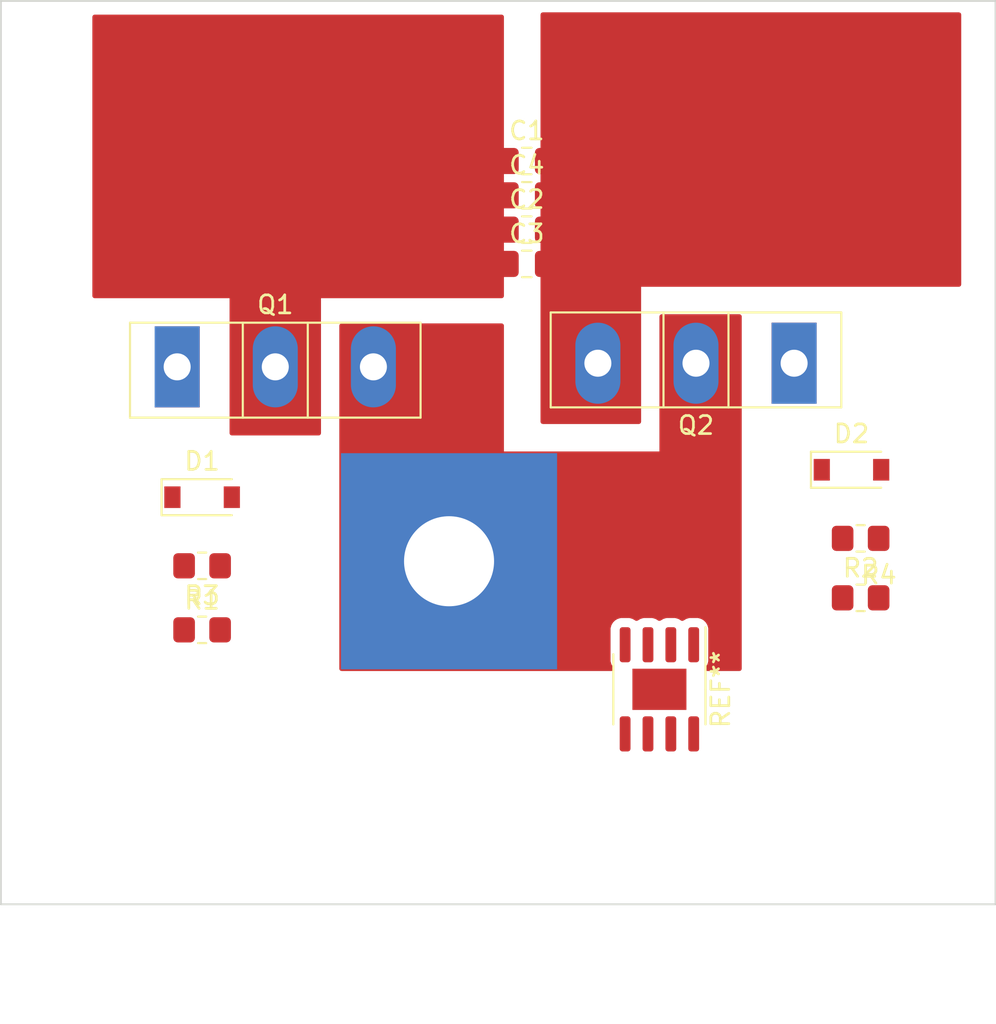
<source format=kicad_pcb>
(kicad_pcb (version 20211014) (generator pcbnew)
  (layers (0 "F.Cu" signal) (31 "B.Cu" signal) (34 "B.Paste" user) (35 "F.Paste" user) (36 "B.SilkS" user "B.Silkscreen") (37 "F.SilkS" user "F.Silkscreen") (38 "B.Mask" user) (39 "F.Mask" user) (44 "Edge.Cuts" user))
  (net 0 "")
  (net 1 "DC+")
  (net 2 "DC-")
  (net 3 "Net-(D1-Pad1)")
  (net 4 "QHS")
  (net 5 "Net-(D2-Pad1)")
  (net 6 "QHG")
  (net 7 "QLG")
  (footprint "Capacitor_SMD:C_0805_2012Metric_Pad1.18x1.45mm_HandSolder" (layer "F.Cu") (at 128.27 93.345)
    (fp_text reference "C2" (at 0 -1.68) (layer "F.SilkS"))
    (fp_text value "1uF")
    (fp_line (start -0.261252 0.735) (end 0.261252 0.735) (layer "F.SilkS") (width 0.12))
    (fp_line (start -0.261252 -0.735) (end 0.261252 -0.735) (layer "F.SilkS") (width 0.12))
    (pad "1" smd roundrect (at -1.0375 0) (size 1.175 1.45) (layers "F.Cu" "F.Paste" "F.Mask") (roundrect_rratio 0.212766) (net 1 "DC+"))
    (pad "2" smd roundrect (at 1.0375 0) (size 1.175 1.45) (layers "F.Cu" "F.Paste" "F.Mask") (roundrect_rratio 0.212766) (net 2 "DC-"))
  )
  (footprint "ee463_footprint_lib:4mm_banana" (layer "F.Cu") (at 123.952 111.76)
    (fp_text reference "J1" (at 0 -0.5 unlocked) (layer "F.SilkS"))
    (fp_text value "4mm_banana")
    (pad "1" thru_hole rect (at 0 0) (size 12 12) (drill 5) (layers *.Cu *.Mask) (net 4 "QHS"))
  )
  (footprint "Resistor_SMD:R_0805_2012Metric_Pad1.20x1.40mm_HandSolder" (layer "F.Cu") (at 110.236 112.014 180)
    (fp_text reference "R3" (at 0 -1.65) (layer "F.SilkS"))
    (fp_text value "10kR")
    (fp_line (start -0.227064 -0.735) (end 0.227064 -0.735) (layer "F.SilkS") (width 0.12))
    (fp_line (start -0.227064 0.735) (end 0.227064 0.735) (layer "F.SilkS") (width 0.12))
    (pad "1" smd roundrect (at -1 0 180) (size 1.2 1.4) (layers "F.Cu" "F.Paste" "F.Mask") (roundrect_rratio 0.208333) (net 4 "QHS"))
    (pad "2" smd roundrect (at 1 0 180) (size 1.2 1.4) (layers "F.Cu" "F.Paste" "F.Mask") (roundrect_rratio 0.208333) (net 3 "Net-(D1-Pad1)"))
  )
  (footprint "Package_TO_SOT_THT:TO-247-3_Vertical" (layer "F.Cu") (at 108.85 100.965)
    (fp_text reference "Q1" (at 5.45 -3.45) (layer "F.SilkS"))
    (fp_text value "SPW47N60")
    (fp_line (start -2.62 -2.451) (end 13.52 -2.451) (layer "F.SilkS") (width 0.12))
    (fp_line (start 13.52 -2.451) (end 13.52 2.82) (layer "F.SilkS") (width 0.12))
    (fp_line (start -2.62 -2.451) (end -2.62 2.82) (layer "F.SilkS") (width 0.12))
    (fp_line (start 7.255 -2.451) (end 7.255 2.82) (layer "F.SilkS") (width 0.12))
    (fp_line (start 3.646 -2.451) (end 3.646 2.82) (layer "F.SilkS") (width 0.12))
    (fp_line (start -2.62 2.82) (end 13.52 2.82) (layer "F.SilkS") (width 0.12))
    (pad "1" thru_hole rect (at 0 0) (size 2.5 4.5) (drill 1.5) (layers *.Cu *.Mask) (net 3 "Net-(D1-Pad1)"))
    (pad "2" thru_hole oval (at 5.45 0) (size 2.5 4.5) (drill 1.5) (layers *.Cu *.Mask) (net 1 "DC+"))
    (pad "3" thru_hole oval (at 10.9 0) (size 2.5 4.5) (drill 1.5) (layers *.Cu *.Mask) (net 4 "QHS"))
  )
  (footprint "Package_SO:SOIC-8-1EP_3.9x4.9mm_P1.27mm_EP2.29x3mm" (layer "F.Cu") (at 135.636 118.872 -90)
    (fp_text reference "REF**" (at 0 -3.4 90) (layer "F.SilkS"))
    (fp_text value "SOIC-8-1EP_3.9x4.9mm_P1.27mm_EP2.29x3mm")
    (fp_line (start 0 2.56) (end -1.95 2.56) (layer "F.SilkS") (width 0.12))
    (fp_line (start 0 -2.56) (end -3.45 -2.56) (layer "F.SilkS") (width 0.12))
    (fp_line (start 0 2.56) (end 1.95 2.56) (layer "F.SilkS") (width 0.12))
    (fp_line (start 0 -2.56) (end 1.95 -2.56) (layer "F.SilkS") (width 0.12))
    (pad "1" smd roundrect (at -2.475 -1.905 270) (size 1.95 0.6) (layers "F.Cu" "F.Paste" "F.Mask"))
    (pad "2" smd roundrect (at -2.475 -0.635 270) (size 1.95 0.6) (layers "F.Cu" "F.Paste" "F.Mask"))
    (pad "3" smd roundrect (at -2.475 0.635 270) (size 1.95 0.6) (layers "F.Cu" "F.Paste" "F.Mask"))
    (pad "4" smd roundrect (at -2.475 1.905 270) (size 1.95 0.6) (layers "F.Cu" "F.Paste" "F.Mask"))
    (pad "5" smd roundrect (at 2.475 1.905 270) (size 1.95 0.6) (layers "F.Cu" "F.Paste" "F.Mask"))
    (pad "6" smd roundrect (at 2.475 0.635 270) (size 1.95 0.6) (layers "F.Cu" "F.Paste" "F.Mask"))
    (pad "7" smd roundrect (at 2.475 -0.635 270) (size 1.95 0.6) (layers "F.Cu" "F.Paste" "F.Mask"))
    (pad "8" smd roundrect (at 2.475 -1.905 270) (size 1.95 0.6) (layers "F.Cu" "F.Paste" "F.Mask"))
    (pad "9" smd rect (at 0 0 270) (size 2.29 3) (layers "F.Cu" "F.Mask"))
  )
  (footprint "Resistor_SMD:R_0805_2012Metric_Pad1.20x1.40mm_HandSolder" (layer "F.Cu") (at 110.236 115.57)
    (fp_text reference "R1" (at 0 -1.65) (layer "F.SilkS"))
    (fp_text value "??")
    (fp_line (start -0.227064 0.735) (end 0.227064 0.735) (layer "F.SilkS") (width 0.12))
    (fp_line (start -0.227064 -0.735) (end 0.227064 -0.735) (layer "F.SilkS") (width 0.12))
    (pad "1" smd roundrect (at -1 0) (size 1.2 1.4) (layers "F.Cu" "F.Paste" "F.Mask") (roundrect_rratio 0.208333) (net 3 "Net-(D1-Pad1)"))
    (pad "2" smd roundrect (at 1 0) (size 1.2 1.4) (layers "F.Cu" "F.Paste" "F.Mask") (roundrect_rratio 0.208333) (net 6 "QHG"))
  )
  (footprint "Capacitor_SMD:C_0805_2012Metric_Pad1.18x1.45mm_HandSolder" (layer "F.Cu") (at 128.27 91.44)
    (fp_text reference "C4" (at 0 -1.68) (layer "F.SilkS"))
    (fp_text value "1uF")
    (fp_line (start -0.261252 -0.735) (end 0.261252 -0.735) (layer "F.SilkS") (width 0.12))
    (fp_line (start -0.261252 0.735) (end 0.261252 0.735) (layer "F.SilkS") (width 0.12))
    (pad "1" smd roundrect (at -1.0375 0) (size 1.175 1.45) (layers "F.Cu" "F.Paste" "F.Mask") (roundrect_rratio 0.212766) (net 1 "DC+"))
    (pad "2" smd roundrect (at 1.0375 0) (size 1.175 1.45) (layers "F.Cu" "F.Paste" "F.Mask") (roundrect_rratio 0.212766) (net 2 "DC-"))
  )
  (footprint "Resistor_SMD:R_0805_2012Metric_Pad1.20x1.40mm_HandSolder" (layer "F.Cu") (at 146.812 110.49 180)
    (fp_text reference "R4" (at -1.016 -2.031) (layer "F.SilkS"))
    (fp_text value "10kR")
    (fp_line (start -0.227064 0.735) (end 0.227064 0.735) (layer "F.SilkS") (width 0.12))
    (fp_line (start -0.227064 -0.735) (end 0.227064 -0.735) (layer "F.SilkS") (width 0.12))
    (pad "1" smd roundrect (at -1 0 180) (size 1.2 1.4) (layers "F.Cu" "F.Paste" "F.Mask") (roundrect_rratio 0.208333) (net 2 "DC-"))
    (pad "2" smd roundrect (at 1 0 180) (size 1.2 1.4) (layers "F.Cu" "F.Paste" "F.Mask") (roundrect_rratio 0.208333) (net 5 "Net-(D2-Pad1)"))
  )
  (footprint "Capacitor_SMD:C_0805_2012Metric_Pad1.18x1.45mm_HandSolder" (layer "F.Cu") (at 128.27 89.535)
    (fp_text reference "C1" (at 0 -1.68) (layer "F.SilkS"))
    (fp_text value "1uF")
    (fp_line (start -0.261252 0.735) (end 0.261252 0.735) (layer "F.SilkS") (width 0.12))
    (fp_line (start -0.261252 -0.735) (end 0.261252 -0.735) (layer "F.SilkS") (width 0.12))
    (pad "1" smd roundrect (at -1.0375 0) (size 1.175 1.45) (layers "F.Cu" "F.Paste" "F.Mask") (roundrect_rratio 0.212766) (net 1 "DC+"))
    (pad "2" smd roundrect (at 1.0375 0) (size 1.175 1.45) (layers "F.Cu" "F.Paste" "F.Mask") (roundrect_rratio 0.212766) (net 2 "DC-"))
  )
  (footprint "Diode_SMD:D_SOD-123" (layer "F.Cu") (at 110.236 108.204)
    (fp_text reference "D1" (at 0 -2) (layer "F.SilkS"))
    (fp_text value "D_Zener")
    (fp_line (start -2.25 1) (end 1.65 1) (layer "F.SilkS") (width 0.12))
    (fp_line (start -2.25 -1) (end -2.25 1) (layer "F.SilkS") (width 0.12))
    (fp_line (start -2.25 -1) (end 1.65 -1) (layer "F.SilkS") (width 0.12))
    (pad "1" smd rect (at -1.65 0) (size 0.9 1.2) (layers "F.Cu" "F.Paste" "F.Mask") (net 3 "Net-(D1-Pad1)"))
    (pad "2" smd rect (at 1.65 0) (size 0.9 1.2) (layers "F.Cu" "F.Paste" "F.Mask") (net 4 "QHS"))
  )
  (footprint "Diode_SMD:D_SOD-123" (layer "F.Cu") (at 146.304 106.68)
    (fp_text reference "D2" (at 0 -2) (layer "F.SilkS"))
    (fp_text value "D_Zener")
    (fp_line (start -2.25 1) (end 1.65 1) (layer "F.SilkS") (width 0.12))
    (fp_line (start -2.25 -1) (end 1.65 -1) (layer "F.SilkS") (width 0.12))
    (fp_line (start -2.25 -1) (end -2.25 1) (layer "F.SilkS") (width 0.12))
    (pad "1" smd rect (at -1.65 0) (size 0.9 1.2) (layers "F.Cu" "F.Paste" "F.Mask") (net 5 "Net-(D2-Pad1)"))
    (pad "2" smd rect (at 1.65 0) (size 0.9 1.2) (layers "F.Cu" "F.Paste" "F.Mask") (net 2 "DC-"))
  )
  (footprint "Package_TO_SOT_THT:TO-247-3_Vertical" (layer "F.Cu") (at 143.118 100.764 180)
    (fp_text reference "Q2" (at 5.45 -3.45) (layer "F.SilkS"))
    (fp_text value "SPW47N60")
    (fp_line (start 7.255 -2.451) (end 7.255 2.82) (layer "F.SilkS") (width 0.12))
    (fp_line (start -2.62 2.82) (end 13.52 2.82) (layer "F.SilkS") (width 0.12))
    (fp_line (start 13.52 -2.451) (end 13.52 2.82) (layer "F.SilkS") (width 0.12))
    (fp_line (start -2.62 -2.451) (end -2.62 2.82) (layer "F.SilkS") (width 0.12))
    (fp_line (start 3.646 -2.451) (end 3.646 2.82) (layer "F.SilkS") (width 0.12))
    (fp_line (start -2.62 -2.451) (end 13.52 -2.451) (layer "F.SilkS") (width 0.12))
    (pad "1" thru_hole rect (at 0 0 180) (size 2.5 4.5) (drill 1.5) (layers *.Cu *.Mask) (net 5 "Net-(D2-Pad1)"))
    (pad "2" thru_hole oval (at 5.45 0 180) (size 2.5 4.5) (drill 1.5) (layers *.Cu *.Mask) (net 4 "QHS"))
    (pad "3" thru_hole oval (at 10.9 0 180) (size 2.5 4.5) (drill 1.5) (layers *.Cu *.Mask) (net 2 "DC-"))
  )
  (footprint "Resistor_SMD:R_0805_2012Metric_Pad1.20x1.40mm_HandSolder" (layer "F.Cu") (at 146.812 113.792)
    (fp_text reference "R2" (at 0 -1.65) (layer "F.SilkS"))
    (fp_text value "??")
    (fp_line (start -0.227064 -0.735) (end 0.227064 -0.735) (layer "F.SilkS") (width 0.12))
    (fp_line (start -0.227064 0.735) (end 0.227064 0.735) (layer "F.SilkS") (width 0.12))
    (pad "1" smd roundrect (at -1 0) (size 1.2 1.4) (layers "F.Cu" "F.Paste" "F.Mask") (roundrect_rratio 0.208333) (net 5 "Net-(D2-Pad1)"))
    (pad "2" smd roundrect (at 1 0) (size 1.2 1.4) (layers "F.Cu" "F.Paste" "F.Mask") (roundrect_rratio 0.208333) (net 7 "QLG"))
  )
  (footprint "Capacitor_SMD:C_0805_2012Metric_Pad1.18x1.45mm_HandSolder" (layer "F.Cu") (at 128.27 95.25)
    (fp_text reference "C3" (at 0 -1.68) (layer "F.SilkS"))
    (fp_text value "1uF")
    (fp_line (start -0.261252 -0.735) (end 0.261252 -0.735) (layer "F.SilkS") (width 0.12))
    (fp_line (start -0.261252 0.735) (end 0.261252 0.735) (layer "F.SilkS") (width 0.12))
    (pad "1" smd roundrect (at -1.0375 0) (size 1.175 1.45) (layers "F.Cu" "F.Paste" "F.Mask") (roundrect_rratio 0.212766) (net 1 "DC+"))
    (pad "2" smd roundrect (at 1.0375 0) (size 1.175 1.45) (layers "F.Cu" "F.Paste" "F.Mask") (roundrect_rratio 0.212766) (net 2 "DC-"))
  )
  (gr_rect (start 154.305 130.81) (end 99.06 80.645) (layer "Edge.Cuts") (width 0.1) (fill none))
  (zone (net 1) (net_name "DC+") (layer "F.Cu") (connect_pads yes (clearance 0.508)) (min_thickness 0.254) (fill yes (thermal_gap 0.508) (thermal_bridge_width 0.508))
    (polygon (pts (xy 127 97.155) (xy 116.84 97.155) (xy 116.84 104.775) (xy 111.76 104.775) (xy 111.76 97.155) (xy 104.14 97.155) (xy 104.14 81.407) (xy 127 81.407)))
  )
  (zone (net 2) (net_name "DC-") (layer "F.Cu") (connect_pads yes (clearance 0.508)) (min_thickness 0.254) (fill yes (thermal_gap 0.508) (thermal_bridge_width 0.508))
    (polygon (pts (xy 152.4 96.52) (xy 134.62 96.52) (xy 134.62 104.14) (xy 129.032 104.14) (xy 129.032 81.28) (xy 152.4 81.28)))
  )
  (zone (net 4) (net_name "QHS") (layer "F.Cu") (connect_pads yes (clearance 0.508)) (min_thickness 0.254) (fill yes (thermal_gap 0.508) (thermal_bridge_width 0.508))
    (polygon (pts (xy 140.208 117.856) (xy 117.856 117.856) (xy 117.856 98.552) (xy 127 98.552) (xy 127 105.664) (xy 135.636 105.664) (xy 135.636 98.044) (xy 140.208 98.044)))
  )
)
</source>
